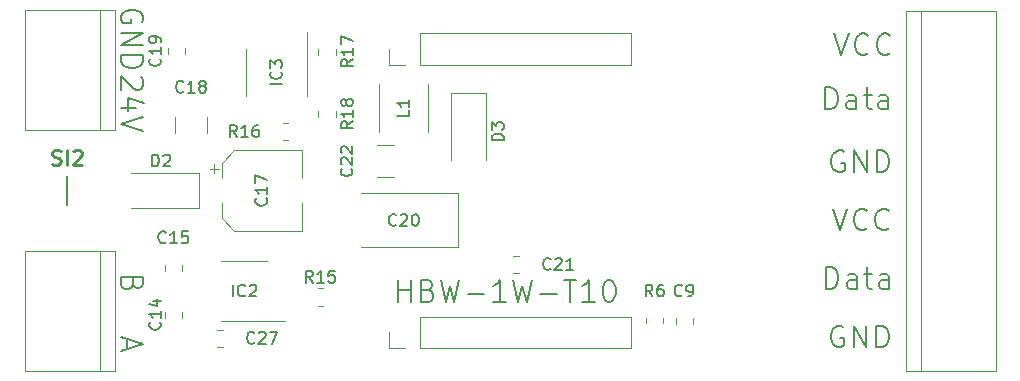
<source format=gbr>
%TF.GenerationSoftware,KiCad,Pcbnew,(6.0.9)*%
%TF.CreationDate,2024-03-01T18:18:27+01:00*%
%TF.ProjectId,HBW-1W-T10-Platine1,4842572d-3157-42d5-9431-302d506c6174,rev?*%
%TF.SameCoordinates,Original*%
%TF.FileFunction,Legend,Top*%
%TF.FilePolarity,Positive*%
%FSLAX46Y46*%
G04 Gerber Fmt 4.6, Leading zero omitted, Abs format (unit mm)*
G04 Created by KiCad (PCBNEW (6.0.9)) date 2024-03-01 18:18:27*
%MOMM*%
%LPD*%
G01*
G04 APERTURE LIST*
%ADD10C,0.160000*%
%ADD11C,0.150000*%
%ADD12C,0.254000*%
%ADD13C,0.120000*%
%ADD14C,0.200000*%
G04 APERTURE END LIST*
D10*
X176715104Y-116524000D02*
X176539866Y-116436380D01*
X176277009Y-116436380D01*
X176014152Y-116524000D01*
X175838914Y-116699238D01*
X175751295Y-116874476D01*
X175663676Y-117224952D01*
X175663676Y-117487809D01*
X175751295Y-117838285D01*
X175838914Y-118013523D01*
X176014152Y-118188761D01*
X176277009Y-118276380D01*
X176452247Y-118276380D01*
X176715104Y-118188761D01*
X176802723Y-118101142D01*
X176802723Y-117487809D01*
X176452247Y-117487809D01*
X177591295Y-118276380D02*
X177591295Y-116436380D01*
X178642723Y-118276380D01*
X178642723Y-116436380D01*
X179518914Y-118276380D02*
X179518914Y-116436380D01*
X179957009Y-116436380D01*
X180219866Y-116524000D01*
X180395104Y-116699238D01*
X180482723Y-116874476D01*
X180570342Y-117224952D01*
X180570342Y-117487809D01*
X180482723Y-117838285D01*
X180395104Y-118013523D01*
X180219866Y-118188761D01*
X179957009Y-118276380D01*
X179518914Y-118276380D01*
D11*
X117252380Y-95397976D02*
X117340000Y-95485595D01*
X117427619Y-95660833D01*
X117427619Y-96098928D01*
X117340000Y-96274166D01*
X117252380Y-96361785D01*
X117077142Y-96449404D01*
X116901904Y-96449404D01*
X116639047Y-96361785D01*
X115587619Y-95310357D01*
X115587619Y-96449404D01*
X116814285Y-98026547D02*
X115587619Y-98026547D01*
X117515238Y-97588452D02*
X116200952Y-97150357D01*
X116200952Y-98289404D01*
X117427619Y-98727500D02*
X115587619Y-99340833D01*
X117427619Y-99954166D01*
X116551428Y-112898928D02*
X116463809Y-113161785D01*
X116376190Y-113249404D01*
X116200952Y-113337023D01*
X115938095Y-113337023D01*
X115762857Y-113249404D01*
X115675238Y-113161785D01*
X115587619Y-112986547D01*
X115587619Y-112285595D01*
X117427619Y-112285595D01*
X117427619Y-112898928D01*
X117340000Y-113074166D01*
X117252380Y-113161785D01*
X117077142Y-113249404D01*
X116901904Y-113249404D01*
X116726666Y-113161785D01*
X116639047Y-113074166D01*
X116551428Y-112898928D01*
X116551428Y-112285595D01*
X139035595Y-114412380D02*
X139035595Y-112572380D01*
X139035595Y-113448571D02*
X140087023Y-113448571D01*
X140087023Y-114412380D02*
X140087023Y-112572380D01*
X141576547Y-113448571D02*
X141839404Y-113536190D01*
X141927023Y-113623809D01*
X142014642Y-113799047D01*
X142014642Y-114061904D01*
X141927023Y-114237142D01*
X141839404Y-114324761D01*
X141664166Y-114412380D01*
X140963214Y-114412380D01*
X140963214Y-112572380D01*
X141576547Y-112572380D01*
X141751785Y-112660000D01*
X141839404Y-112747619D01*
X141927023Y-112922857D01*
X141927023Y-113098095D01*
X141839404Y-113273333D01*
X141751785Y-113360952D01*
X141576547Y-113448571D01*
X140963214Y-113448571D01*
X142627976Y-112572380D02*
X143066071Y-114412380D01*
X143416547Y-113098095D01*
X143767023Y-114412380D01*
X144205119Y-112572380D01*
X144906071Y-113711428D02*
X146307976Y-113711428D01*
X148147976Y-114412380D02*
X147096547Y-114412380D01*
X147622261Y-114412380D02*
X147622261Y-112572380D01*
X147447023Y-112835238D01*
X147271785Y-113010476D01*
X147096547Y-113098095D01*
X148761309Y-112572380D02*
X149199404Y-114412380D01*
X149549880Y-113098095D01*
X149900357Y-114412380D01*
X150338452Y-112572380D01*
X151039404Y-113711428D02*
X152441309Y-113711428D01*
X153054642Y-112572380D02*
X154106071Y-112572380D01*
X153580357Y-114412380D02*
X153580357Y-112572380D01*
X155683214Y-114412380D02*
X154631785Y-114412380D01*
X155157500Y-114412380D02*
X155157500Y-112572380D01*
X154982261Y-112835238D01*
X154807023Y-113010476D01*
X154631785Y-113098095D01*
X156822261Y-112572380D02*
X156997500Y-112572380D01*
X157172738Y-112660000D01*
X157260357Y-112747619D01*
X157347976Y-112922857D01*
X157435595Y-113273333D01*
X157435595Y-113711428D01*
X157347976Y-114061904D01*
X157260357Y-114237142D01*
X157172738Y-114324761D01*
X156997500Y-114412380D01*
X156822261Y-114412380D01*
X156647023Y-114324761D01*
X156559404Y-114237142D01*
X156471785Y-114061904D01*
X156384166Y-113711428D01*
X156384166Y-113273333D01*
X156471785Y-112922857D01*
X156559404Y-112747619D01*
X156647023Y-112660000D01*
X156822261Y-112572380D01*
D10*
X175844038Y-106530380D02*
X176457371Y-108370380D01*
X177070704Y-106530380D01*
X178735466Y-108195142D02*
X178647847Y-108282761D01*
X178384990Y-108370380D01*
X178209752Y-108370380D01*
X177946895Y-108282761D01*
X177771657Y-108107523D01*
X177684038Y-107932285D01*
X177596419Y-107581809D01*
X177596419Y-107318952D01*
X177684038Y-106968476D01*
X177771657Y-106793238D01*
X177946895Y-106618000D01*
X178209752Y-106530380D01*
X178384990Y-106530380D01*
X178647847Y-106618000D01*
X178735466Y-106705619D01*
X180575466Y-108195142D02*
X180487847Y-108282761D01*
X180224990Y-108370380D01*
X180049752Y-108370380D01*
X179786895Y-108282761D01*
X179611657Y-108107523D01*
X179524038Y-107932285D01*
X179436419Y-107581809D01*
X179436419Y-107318952D01*
X179524038Y-106968476D01*
X179611657Y-106793238D01*
X179786895Y-106618000D01*
X180049752Y-106530380D01*
X180224990Y-106530380D01*
X180487847Y-106618000D01*
X180575466Y-106705619D01*
X175192495Y-98108780D02*
X175192495Y-96268780D01*
X175630590Y-96268780D01*
X175893447Y-96356400D01*
X176068685Y-96531638D01*
X176156304Y-96706876D01*
X176243923Y-97057352D01*
X176243923Y-97320209D01*
X176156304Y-97670685D01*
X176068685Y-97845923D01*
X175893447Y-98021161D01*
X175630590Y-98108780D01*
X175192495Y-98108780D01*
X177821066Y-98108780D02*
X177821066Y-97144971D01*
X177733447Y-96969733D01*
X177558209Y-96882114D01*
X177207733Y-96882114D01*
X177032495Y-96969733D01*
X177821066Y-98021161D02*
X177645828Y-98108780D01*
X177207733Y-98108780D01*
X177032495Y-98021161D01*
X176944876Y-97845923D01*
X176944876Y-97670685D01*
X177032495Y-97495447D01*
X177207733Y-97407828D01*
X177645828Y-97407828D01*
X177821066Y-97320209D01*
X178434400Y-96882114D02*
X179135352Y-96882114D01*
X178697257Y-96268780D02*
X178697257Y-97845923D01*
X178784876Y-98021161D01*
X178960114Y-98108780D01*
X179135352Y-98108780D01*
X180537257Y-98108780D02*
X180537257Y-97144971D01*
X180449638Y-96969733D01*
X180274400Y-96882114D01*
X179923923Y-96882114D01*
X179748685Y-96969733D01*
X180537257Y-98021161D02*
X180362019Y-98108780D01*
X179923923Y-98108780D01*
X179748685Y-98021161D01*
X179661066Y-97845923D01*
X179661066Y-97670685D01*
X179748685Y-97495447D01*
X179923923Y-97407828D01*
X180362019Y-97407828D01*
X180537257Y-97320209D01*
X175945638Y-91696780D02*
X176558971Y-93536780D01*
X177172304Y-91696780D01*
X178837066Y-93361542D02*
X178749447Y-93449161D01*
X178486590Y-93536780D01*
X178311352Y-93536780D01*
X178048495Y-93449161D01*
X177873257Y-93273923D01*
X177785638Y-93098685D01*
X177698019Y-92748209D01*
X177698019Y-92485352D01*
X177785638Y-92134876D01*
X177873257Y-91959638D01*
X178048495Y-91784400D01*
X178311352Y-91696780D01*
X178486590Y-91696780D01*
X178749447Y-91784400D01*
X178837066Y-91872019D01*
X180677066Y-93361542D02*
X180589447Y-93449161D01*
X180326590Y-93536780D01*
X180151352Y-93536780D01*
X179888495Y-93449161D01*
X179713257Y-93273923D01*
X179625638Y-93098685D01*
X179538019Y-92748209D01*
X179538019Y-92485352D01*
X179625638Y-92134876D01*
X179713257Y-91959638D01*
X179888495Y-91784400D01*
X180151352Y-91696780D01*
X180326590Y-91696780D01*
X180589447Y-91784400D01*
X180677066Y-91872019D01*
X175243295Y-113297980D02*
X175243295Y-111457980D01*
X175681390Y-111457980D01*
X175944247Y-111545600D01*
X176119485Y-111720838D01*
X176207104Y-111896076D01*
X176294723Y-112246552D01*
X176294723Y-112509409D01*
X176207104Y-112859885D01*
X176119485Y-113035123D01*
X175944247Y-113210361D01*
X175681390Y-113297980D01*
X175243295Y-113297980D01*
X177871866Y-113297980D02*
X177871866Y-112334171D01*
X177784247Y-112158933D01*
X177609009Y-112071314D01*
X177258533Y-112071314D01*
X177083295Y-112158933D01*
X177871866Y-113210361D02*
X177696628Y-113297980D01*
X177258533Y-113297980D01*
X177083295Y-113210361D01*
X176995676Y-113035123D01*
X176995676Y-112859885D01*
X177083295Y-112684647D01*
X177258533Y-112597028D01*
X177696628Y-112597028D01*
X177871866Y-112509409D01*
X178485200Y-112071314D02*
X179186152Y-112071314D01*
X178748057Y-111457980D02*
X178748057Y-113035123D01*
X178835676Y-113210361D01*
X179010914Y-113297980D01*
X179186152Y-113297980D01*
X180588057Y-113297980D02*
X180588057Y-112334171D01*
X180500438Y-112158933D01*
X180325200Y-112071314D01*
X179974723Y-112071314D01*
X179799485Y-112158933D01*
X180588057Y-113210361D02*
X180412819Y-113297980D01*
X179974723Y-113297980D01*
X179799485Y-113210361D01*
X179711866Y-113035123D01*
X179711866Y-112859885D01*
X179799485Y-112684647D01*
X179974723Y-112597028D01*
X180412819Y-112597028D01*
X180588057Y-112509409D01*
D11*
X117340000Y-90749404D02*
X117427619Y-90574166D01*
X117427619Y-90311309D01*
X117340000Y-90048452D01*
X117164761Y-89873214D01*
X116989523Y-89785595D01*
X116639047Y-89697976D01*
X116376190Y-89697976D01*
X116025714Y-89785595D01*
X115850476Y-89873214D01*
X115675238Y-90048452D01*
X115587619Y-90311309D01*
X115587619Y-90486547D01*
X115675238Y-90749404D01*
X115762857Y-90837023D01*
X116376190Y-90837023D01*
X116376190Y-90486547D01*
X115587619Y-91625595D02*
X117427619Y-91625595D01*
X115587619Y-92677023D01*
X117427619Y-92677023D01*
X115587619Y-93553214D02*
X117427619Y-93553214D01*
X117427619Y-93991309D01*
X117340000Y-94254166D01*
X117164761Y-94429404D01*
X116989523Y-94517023D01*
X116639047Y-94604642D01*
X116376190Y-94604642D01*
X116025714Y-94517023D01*
X115850476Y-94429404D01*
X115675238Y-94254166D01*
X115587619Y-93991309D01*
X115587619Y-93553214D01*
X116113333Y-117547976D02*
X116113333Y-118424166D01*
X115587619Y-117372738D02*
X117427619Y-117986071D01*
X115587619Y-118599404D01*
D10*
X176765904Y-101690400D02*
X176590666Y-101602780D01*
X176327809Y-101602780D01*
X176064952Y-101690400D01*
X175889714Y-101865638D01*
X175802095Y-102040876D01*
X175714476Y-102391352D01*
X175714476Y-102654209D01*
X175802095Y-103004685D01*
X175889714Y-103179923D01*
X176064952Y-103355161D01*
X176327809Y-103442780D01*
X176503047Y-103442780D01*
X176765904Y-103355161D01*
X176853523Y-103267542D01*
X176853523Y-102654209D01*
X176503047Y-102654209D01*
X177642095Y-103442780D02*
X177642095Y-101602780D01*
X178693523Y-103442780D01*
X178693523Y-101602780D01*
X179569714Y-103442780D02*
X179569714Y-101602780D01*
X180007809Y-101602780D01*
X180270666Y-101690400D01*
X180445904Y-101865638D01*
X180533523Y-102040876D01*
X180621142Y-102391352D01*
X180621142Y-102654209D01*
X180533523Y-103004685D01*
X180445904Y-103179923D01*
X180270666Y-103355161D01*
X180007809Y-103442780D01*
X179569714Y-103442780D01*
D11*
%TO.C,D3*%
X147952380Y-100738095D02*
X146952380Y-100738095D01*
X146952380Y-100500000D01*
X147000000Y-100357142D01*
X147095238Y-100261904D01*
X147190476Y-100214285D01*
X147380952Y-100166666D01*
X147523809Y-100166666D01*
X147714285Y-100214285D01*
X147809523Y-100261904D01*
X147904761Y-100357142D01*
X147952380Y-100500000D01*
X147952380Y-100738095D01*
X146952380Y-99833333D02*
X146952380Y-99214285D01*
X147333333Y-99547619D01*
X147333333Y-99404761D01*
X147380952Y-99309523D01*
X147428571Y-99261904D01*
X147523809Y-99214285D01*
X147761904Y-99214285D01*
X147857142Y-99261904D01*
X147904761Y-99309523D01*
X147952380Y-99404761D01*
X147952380Y-99690476D01*
X147904761Y-99785714D01*
X147857142Y-99833333D01*
%TO.C,L1*%
X139952380Y-98166666D02*
X139952380Y-98642857D01*
X138952380Y-98642857D01*
X139952380Y-97309523D02*
X139952380Y-97880952D01*
X139952380Y-97595238D02*
X138952380Y-97595238D01*
X139095238Y-97690476D01*
X139190476Y-97785714D01*
X139238095Y-97880952D01*
%TO.C,R18*%
X135202380Y-99142857D02*
X134726190Y-99476190D01*
X135202380Y-99714285D02*
X134202380Y-99714285D01*
X134202380Y-99333333D01*
X134250000Y-99238095D01*
X134297619Y-99190476D01*
X134392857Y-99142857D01*
X134535714Y-99142857D01*
X134630952Y-99190476D01*
X134678571Y-99238095D01*
X134726190Y-99333333D01*
X134726190Y-99714285D01*
X135202380Y-98190476D02*
X135202380Y-98761904D01*
X135202380Y-98476190D02*
X134202380Y-98476190D01*
X134345238Y-98571428D01*
X134440476Y-98666666D01*
X134488095Y-98761904D01*
X134630952Y-97619047D02*
X134583333Y-97714285D01*
X134535714Y-97761904D01*
X134440476Y-97809523D01*
X134392857Y-97809523D01*
X134297619Y-97761904D01*
X134250000Y-97714285D01*
X134202380Y-97619047D01*
X134202380Y-97428571D01*
X134250000Y-97333333D01*
X134297619Y-97285714D01*
X134392857Y-97238095D01*
X134440476Y-97238095D01*
X134535714Y-97285714D01*
X134583333Y-97333333D01*
X134630952Y-97428571D01*
X134630952Y-97619047D01*
X134678571Y-97714285D01*
X134726190Y-97761904D01*
X134821428Y-97809523D01*
X135011904Y-97809523D01*
X135107142Y-97761904D01*
X135154761Y-97714285D01*
X135202380Y-97619047D01*
X135202380Y-97428571D01*
X135154761Y-97333333D01*
X135107142Y-97285714D01*
X135011904Y-97238095D01*
X134821428Y-97238095D01*
X134726190Y-97285714D01*
X134678571Y-97333333D01*
X134630952Y-97428571D01*
%TO.C,C21*%
X151932142Y-111607142D02*
X151884523Y-111654761D01*
X151741666Y-111702380D01*
X151646428Y-111702380D01*
X151503571Y-111654761D01*
X151408333Y-111559523D01*
X151360714Y-111464285D01*
X151313095Y-111273809D01*
X151313095Y-111130952D01*
X151360714Y-110940476D01*
X151408333Y-110845238D01*
X151503571Y-110750000D01*
X151646428Y-110702380D01*
X151741666Y-110702380D01*
X151884523Y-110750000D01*
X151932142Y-110797619D01*
X152313095Y-110797619D02*
X152360714Y-110750000D01*
X152455952Y-110702380D01*
X152694047Y-110702380D01*
X152789285Y-110750000D01*
X152836904Y-110797619D01*
X152884523Y-110892857D01*
X152884523Y-110988095D01*
X152836904Y-111130952D01*
X152265476Y-111702380D01*
X152884523Y-111702380D01*
X153836904Y-111702380D02*
X153265476Y-111702380D01*
X153551190Y-111702380D02*
X153551190Y-110702380D01*
X153455952Y-110845238D01*
X153360714Y-110940476D01*
X153265476Y-110988095D01*
%TO.C,C20*%
X138857142Y-107882542D02*
X138809523Y-107930161D01*
X138666666Y-107977780D01*
X138571428Y-107977780D01*
X138428571Y-107930161D01*
X138333333Y-107834923D01*
X138285714Y-107739685D01*
X138238095Y-107549209D01*
X138238095Y-107406352D01*
X138285714Y-107215876D01*
X138333333Y-107120638D01*
X138428571Y-107025400D01*
X138571428Y-106977780D01*
X138666666Y-106977780D01*
X138809523Y-107025400D01*
X138857142Y-107073019D01*
X139238095Y-107073019D02*
X139285714Y-107025400D01*
X139380952Y-106977780D01*
X139619047Y-106977780D01*
X139714285Y-107025400D01*
X139761904Y-107073019D01*
X139809523Y-107168257D01*
X139809523Y-107263495D01*
X139761904Y-107406352D01*
X139190476Y-107977780D01*
X139809523Y-107977780D01*
X140428571Y-106977780D02*
X140523809Y-106977780D01*
X140619047Y-107025400D01*
X140666666Y-107073019D01*
X140714285Y-107168257D01*
X140761904Y-107358733D01*
X140761904Y-107596828D01*
X140714285Y-107787304D01*
X140666666Y-107882542D01*
X140619047Y-107930161D01*
X140523809Y-107977780D01*
X140428571Y-107977780D01*
X140333333Y-107930161D01*
X140285714Y-107882542D01*
X140238095Y-107787304D01*
X140190476Y-107596828D01*
X140190476Y-107358733D01*
X140238095Y-107168257D01*
X140285714Y-107073019D01*
X140333333Y-107025400D01*
X140428571Y-106977780D01*
%TO.C,IC3*%
X129202380Y-95976190D02*
X128202380Y-95976190D01*
X129107142Y-94928571D02*
X129154761Y-94976190D01*
X129202380Y-95119047D01*
X129202380Y-95214285D01*
X129154761Y-95357142D01*
X129059523Y-95452380D01*
X128964285Y-95500000D01*
X128773809Y-95547619D01*
X128630952Y-95547619D01*
X128440476Y-95500000D01*
X128345238Y-95452380D01*
X128250000Y-95357142D01*
X128202380Y-95214285D01*
X128202380Y-95119047D01*
X128250000Y-94976190D01*
X128297619Y-94928571D01*
X128202380Y-94595238D02*
X128202380Y-93976190D01*
X128583333Y-94309523D01*
X128583333Y-94166666D01*
X128630952Y-94071428D01*
X128678571Y-94023809D01*
X128773809Y-93976190D01*
X129011904Y-93976190D01*
X129107142Y-94023809D01*
X129154761Y-94071428D01*
X129202380Y-94166666D01*
X129202380Y-94452380D01*
X129154761Y-94547619D01*
X129107142Y-94595238D01*
%TO.C,C15*%
X119357142Y-109357142D02*
X119309523Y-109404761D01*
X119166666Y-109452380D01*
X119071428Y-109452380D01*
X118928571Y-109404761D01*
X118833333Y-109309523D01*
X118785714Y-109214285D01*
X118738095Y-109023809D01*
X118738095Y-108880952D01*
X118785714Y-108690476D01*
X118833333Y-108595238D01*
X118928571Y-108500000D01*
X119071428Y-108452380D01*
X119166666Y-108452380D01*
X119309523Y-108500000D01*
X119357142Y-108547619D01*
X120309523Y-109452380D02*
X119738095Y-109452380D01*
X120023809Y-109452380D02*
X120023809Y-108452380D01*
X119928571Y-108595238D01*
X119833333Y-108690476D01*
X119738095Y-108738095D01*
X121214285Y-108452380D02*
X120738095Y-108452380D01*
X120690476Y-108928571D01*
X120738095Y-108880952D01*
X120833333Y-108833333D01*
X121071428Y-108833333D01*
X121166666Y-108880952D01*
X121214285Y-108928571D01*
X121261904Y-109023809D01*
X121261904Y-109261904D01*
X121214285Y-109357142D01*
X121166666Y-109404761D01*
X121071428Y-109452380D01*
X120833333Y-109452380D01*
X120738095Y-109404761D01*
X120690476Y-109357142D01*
%TO.C,R6*%
X160564533Y-113952380D02*
X160231200Y-113476190D01*
X159993104Y-113952380D02*
X159993104Y-112952380D01*
X160374057Y-112952380D01*
X160469295Y-113000000D01*
X160516914Y-113047619D01*
X160564533Y-113142857D01*
X160564533Y-113285714D01*
X160516914Y-113380952D01*
X160469295Y-113428571D01*
X160374057Y-113476190D01*
X159993104Y-113476190D01*
X161421676Y-112952380D02*
X161231200Y-112952380D01*
X161135961Y-113000000D01*
X161088342Y-113047619D01*
X160993104Y-113190476D01*
X160945485Y-113380952D01*
X160945485Y-113761904D01*
X160993104Y-113857142D01*
X161040723Y-113904761D01*
X161135961Y-113952380D01*
X161326438Y-113952380D01*
X161421676Y-113904761D01*
X161469295Y-113857142D01*
X161516914Y-113761904D01*
X161516914Y-113523809D01*
X161469295Y-113428571D01*
X161421676Y-113380952D01*
X161326438Y-113333333D01*
X161135961Y-113333333D01*
X161040723Y-113380952D01*
X160993104Y-113428571D01*
X160945485Y-113523809D01*
%TO.C,R16*%
X125357142Y-100452380D02*
X125023809Y-99976190D01*
X124785714Y-100452380D02*
X124785714Y-99452380D01*
X125166666Y-99452380D01*
X125261904Y-99500000D01*
X125309523Y-99547619D01*
X125357142Y-99642857D01*
X125357142Y-99785714D01*
X125309523Y-99880952D01*
X125261904Y-99928571D01*
X125166666Y-99976190D01*
X124785714Y-99976190D01*
X126309523Y-100452380D02*
X125738095Y-100452380D01*
X126023809Y-100452380D02*
X126023809Y-99452380D01*
X125928571Y-99595238D01*
X125833333Y-99690476D01*
X125738095Y-99738095D01*
X127166666Y-99452380D02*
X126976190Y-99452380D01*
X126880952Y-99500000D01*
X126833333Y-99547619D01*
X126738095Y-99690476D01*
X126690476Y-99880952D01*
X126690476Y-100261904D01*
X126738095Y-100357142D01*
X126785714Y-100404761D01*
X126880952Y-100452380D01*
X127071428Y-100452380D01*
X127166666Y-100404761D01*
X127214285Y-100357142D01*
X127261904Y-100261904D01*
X127261904Y-100023809D01*
X127214285Y-99928571D01*
X127166666Y-99880952D01*
X127071428Y-99833333D01*
X126880952Y-99833333D01*
X126785714Y-99880952D01*
X126738095Y-99928571D01*
X126690476Y-100023809D01*
%TO.C,D2*%
X118211904Y-102952380D02*
X118211904Y-101952380D01*
X118450000Y-101952380D01*
X118592857Y-102000000D01*
X118688095Y-102095238D01*
X118735714Y-102190476D01*
X118783333Y-102380952D01*
X118783333Y-102523809D01*
X118735714Y-102714285D01*
X118688095Y-102809523D01*
X118592857Y-102904761D01*
X118450000Y-102952380D01*
X118211904Y-102952380D01*
X119164285Y-102047619D02*
X119211904Y-102000000D01*
X119307142Y-101952380D01*
X119545238Y-101952380D01*
X119640476Y-102000000D01*
X119688095Y-102047619D01*
X119735714Y-102142857D01*
X119735714Y-102238095D01*
X119688095Y-102380952D01*
X119116666Y-102952380D01*
X119735714Y-102952380D01*
%TO.C,C19*%
X118857142Y-93817857D02*
X118904761Y-93865476D01*
X118952380Y-94008333D01*
X118952380Y-94103571D01*
X118904761Y-94246428D01*
X118809523Y-94341666D01*
X118714285Y-94389285D01*
X118523809Y-94436904D01*
X118380952Y-94436904D01*
X118190476Y-94389285D01*
X118095238Y-94341666D01*
X118000000Y-94246428D01*
X117952380Y-94103571D01*
X117952380Y-94008333D01*
X118000000Y-93865476D01*
X118047619Y-93817857D01*
X118952380Y-92865476D02*
X118952380Y-93436904D01*
X118952380Y-93151190D02*
X117952380Y-93151190D01*
X118095238Y-93246428D01*
X118190476Y-93341666D01*
X118238095Y-93436904D01*
X118952380Y-92389285D02*
X118952380Y-92198809D01*
X118904761Y-92103571D01*
X118857142Y-92055952D01*
X118714285Y-91960714D01*
X118523809Y-91913095D01*
X118142857Y-91913095D01*
X118047619Y-91960714D01*
X118000000Y-92008333D01*
X117952380Y-92103571D01*
X117952380Y-92294047D01*
X118000000Y-92389285D01*
X118047619Y-92436904D01*
X118142857Y-92484523D01*
X118380952Y-92484523D01*
X118476190Y-92436904D01*
X118523809Y-92389285D01*
X118571428Y-92294047D01*
X118571428Y-92103571D01*
X118523809Y-92008333D01*
X118476190Y-91960714D01*
X118380952Y-91913095D01*
%TO.C,C22*%
X135056542Y-103142857D02*
X135104161Y-103190476D01*
X135151780Y-103333333D01*
X135151780Y-103428571D01*
X135104161Y-103571428D01*
X135008923Y-103666666D01*
X134913685Y-103714285D01*
X134723209Y-103761904D01*
X134580352Y-103761904D01*
X134389876Y-103714285D01*
X134294638Y-103666666D01*
X134199400Y-103571428D01*
X134151780Y-103428571D01*
X134151780Y-103333333D01*
X134199400Y-103190476D01*
X134247019Y-103142857D01*
X134247019Y-102761904D02*
X134199400Y-102714285D01*
X134151780Y-102619047D01*
X134151780Y-102380952D01*
X134199400Y-102285714D01*
X134247019Y-102238095D01*
X134342257Y-102190476D01*
X134437495Y-102190476D01*
X134580352Y-102238095D01*
X135151780Y-102809523D01*
X135151780Y-102190476D01*
X134247019Y-101809523D02*
X134199400Y-101761904D01*
X134151780Y-101666666D01*
X134151780Y-101428571D01*
X134199400Y-101333333D01*
X134247019Y-101285714D01*
X134342257Y-101238095D01*
X134437495Y-101238095D01*
X134580352Y-101285714D01*
X135151780Y-101857142D01*
X135151780Y-101238095D01*
%TO.C,C17*%
X127857142Y-105642857D02*
X127904761Y-105690476D01*
X127952380Y-105833333D01*
X127952380Y-105928571D01*
X127904761Y-106071428D01*
X127809523Y-106166666D01*
X127714285Y-106214285D01*
X127523809Y-106261904D01*
X127380952Y-106261904D01*
X127190476Y-106214285D01*
X127095238Y-106166666D01*
X127000000Y-106071428D01*
X126952380Y-105928571D01*
X126952380Y-105833333D01*
X127000000Y-105690476D01*
X127047619Y-105642857D01*
X127952380Y-104690476D02*
X127952380Y-105261904D01*
X127952380Y-104976190D02*
X126952380Y-104976190D01*
X127095238Y-105071428D01*
X127190476Y-105166666D01*
X127238095Y-105261904D01*
X126952380Y-104357142D02*
X126952380Y-103690476D01*
X127952380Y-104119047D01*
%TO.C,C27*%
X126857142Y-117857142D02*
X126809523Y-117904761D01*
X126666666Y-117952380D01*
X126571428Y-117952380D01*
X126428571Y-117904761D01*
X126333333Y-117809523D01*
X126285714Y-117714285D01*
X126238095Y-117523809D01*
X126238095Y-117380952D01*
X126285714Y-117190476D01*
X126333333Y-117095238D01*
X126428571Y-117000000D01*
X126571428Y-116952380D01*
X126666666Y-116952380D01*
X126809523Y-117000000D01*
X126857142Y-117047619D01*
X127238095Y-117047619D02*
X127285714Y-117000000D01*
X127380952Y-116952380D01*
X127619047Y-116952380D01*
X127714285Y-117000000D01*
X127761904Y-117047619D01*
X127809523Y-117142857D01*
X127809523Y-117238095D01*
X127761904Y-117380952D01*
X127190476Y-117952380D01*
X127809523Y-117952380D01*
X128142857Y-116952380D02*
X128809523Y-116952380D01*
X128380952Y-117952380D01*
%TO.C,IC2*%
X125023809Y-113952380D02*
X125023809Y-112952380D01*
X126071428Y-113857142D02*
X126023809Y-113904761D01*
X125880952Y-113952380D01*
X125785714Y-113952380D01*
X125642857Y-113904761D01*
X125547619Y-113809523D01*
X125500000Y-113714285D01*
X125452380Y-113523809D01*
X125452380Y-113380952D01*
X125500000Y-113190476D01*
X125547619Y-113095238D01*
X125642857Y-113000000D01*
X125785714Y-112952380D01*
X125880952Y-112952380D01*
X126023809Y-113000000D01*
X126071428Y-113047619D01*
X126452380Y-113047619D02*
X126500000Y-113000000D01*
X126595238Y-112952380D01*
X126833333Y-112952380D01*
X126928571Y-113000000D01*
X126976190Y-113047619D01*
X127023809Y-113142857D01*
X127023809Y-113238095D01*
X126976190Y-113380952D01*
X126404761Y-113952380D01*
X127023809Y-113952380D01*
%TO.C,C14*%
X118857142Y-116142857D02*
X118904761Y-116190476D01*
X118952380Y-116333333D01*
X118952380Y-116428571D01*
X118904761Y-116571428D01*
X118809523Y-116666666D01*
X118714285Y-116714285D01*
X118523809Y-116761904D01*
X118380952Y-116761904D01*
X118190476Y-116714285D01*
X118095238Y-116666666D01*
X118000000Y-116571428D01*
X117952380Y-116428571D01*
X117952380Y-116333333D01*
X118000000Y-116190476D01*
X118047619Y-116142857D01*
X118952380Y-115190476D02*
X118952380Y-115761904D01*
X118952380Y-115476190D02*
X117952380Y-115476190D01*
X118095238Y-115571428D01*
X118190476Y-115666666D01*
X118238095Y-115761904D01*
X118285714Y-114333333D02*
X118952380Y-114333333D01*
X117904761Y-114571428D02*
X118619047Y-114809523D01*
X118619047Y-114190476D01*
%TO.C,R17*%
X135202380Y-93892857D02*
X134726190Y-94226190D01*
X135202380Y-94464285D02*
X134202380Y-94464285D01*
X134202380Y-94083333D01*
X134250000Y-93988095D01*
X134297619Y-93940476D01*
X134392857Y-93892857D01*
X134535714Y-93892857D01*
X134630952Y-93940476D01*
X134678571Y-93988095D01*
X134726190Y-94083333D01*
X134726190Y-94464285D01*
X135202380Y-92940476D02*
X135202380Y-93511904D01*
X135202380Y-93226190D02*
X134202380Y-93226190D01*
X134345238Y-93321428D01*
X134440476Y-93416666D01*
X134488095Y-93511904D01*
X134202380Y-92607142D02*
X134202380Y-91940476D01*
X135202380Y-92369047D01*
%TO.C,C9*%
X163057933Y-113857142D02*
X163010314Y-113904761D01*
X162867457Y-113952380D01*
X162772219Y-113952380D01*
X162629361Y-113904761D01*
X162534123Y-113809523D01*
X162486504Y-113714285D01*
X162438885Y-113523809D01*
X162438885Y-113380952D01*
X162486504Y-113190476D01*
X162534123Y-113095238D01*
X162629361Y-113000000D01*
X162772219Y-112952380D01*
X162867457Y-112952380D01*
X163010314Y-113000000D01*
X163057933Y-113047619D01*
X163534123Y-113952380D02*
X163724600Y-113952380D01*
X163819838Y-113904761D01*
X163867457Y-113857142D01*
X163962695Y-113714285D01*
X164010314Y-113523809D01*
X164010314Y-113142857D01*
X163962695Y-113047619D01*
X163915076Y-113000000D01*
X163819838Y-112952380D01*
X163629361Y-112952380D01*
X163534123Y-113000000D01*
X163486504Y-113047619D01*
X163438885Y-113142857D01*
X163438885Y-113380952D01*
X163486504Y-113476190D01*
X163534123Y-113523809D01*
X163629361Y-113571428D01*
X163819838Y-113571428D01*
X163915076Y-113523809D01*
X163962695Y-113476190D01*
X164010314Y-113380952D01*
%TO.C,R15*%
X131800742Y-112783980D02*
X131467409Y-112307790D01*
X131229314Y-112783980D02*
X131229314Y-111783980D01*
X131610266Y-111783980D01*
X131705504Y-111831600D01*
X131753123Y-111879219D01*
X131800742Y-111974457D01*
X131800742Y-112117314D01*
X131753123Y-112212552D01*
X131705504Y-112260171D01*
X131610266Y-112307790D01*
X131229314Y-112307790D01*
X132753123Y-112783980D02*
X132181695Y-112783980D01*
X132467409Y-112783980D02*
X132467409Y-111783980D01*
X132372171Y-111926838D01*
X132276933Y-112022076D01*
X132181695Y-112069695D01*
X133657885Y-111783980D02*
X133181695Y-111783980D01*
X133134076Y-112260171D01*
X133181695Y-112212552D01*
X133276933Y-112164933D01*
X133515028Y-112164933D01*
X133610266Y-112212552D01*
X133657885Y-112260171D01*
X133705504Y-112355409D01*
X133705504Y-112593504D01*
X133657885Y-112688742D01*
X133610266Y-112736361D01*
X133515028Y-112783980D01*
X133276933Y-112783980D01*
X133181695Y-112736361D01*
X133134076Y-112688742D01*
%TO.C,C18*%
X120857142Y-96607142D02*
X120809523Y-96654761D01*
X120666666Y-96702380D01*
X120571428Y-96702380D01*
X120428571Y-96654761D01*
X120333333Y-96559523D01*
X120285714Y-96464285D01*
X120238095Y-96273809D01*
X120238095Y-96130952D01*
X120285714Y-95940476D01*
X120333333Y-95845238D01*
X120428571Y-95750000D01*
X120571428Y-95702380D01*
X120666666Y-95702380D01*
X120809523Y-95750000D01*
X120857142Y-95797619D01*
X121809523Y-96702380D02*
X121238095Y-96702380D01*
X121523809Y-96702380D02*
X121523809Y-95702380D01*
X121428571Y-95845238D01*
X121333333Y-95940476D01*
X121238095Y-95988095D01*
X122380952Y-96130952D02*
X122285714Y-96083333D01*
X122238095Y-96035714D01*
X122190476Y-95940476D01*
X122190476Y-95892857D01*
X122238095Y-95797619D01*
X122285714Y-95750000D01*
X122380952Y-95702380D01*
X122571428Y-95702380D01*
X122666666Y-95750000D01*
X122714285Y-95797619D01*
X122761904Y-95892857D01*
X122761904Y-95940476D01*
X122714285Y-96035714D01*
X122666666Y-96083333D01*
X122571428Y-96130952D01*
X122380952Y-96130952D01*
X122285714Y-96178571D01*
X122238095Y-96226190D01*
X122190476Y-96321428D01*
X122190476Y-96511904D01*
X122238095Y-96607142D01*
X122285714Y-96654761D01*
X122380952Y-96702380D01*
X122571428Y-96702380D01*
X122666666Y-96654761D01*
X122714285Y-96607142D01*
X122761904Y-96511904D01*
X122761904Y-96321428D01*
X122714285Y-96226190D01*
X122666666Y-96178571D01*
X122571428Y-96130952D01*
D12*
%TO.C,SI2*%
X109730000Y-102764047D02*
X109911428Y-102824523D01*
X110213809Y-102824523D01*
X110334761Y-102764047D01*
X110395238Y-102703571D01*
X110455714Y-102582619D01*
X110455714Y-102461666D01*
X110395238Y-102340714D01*
X110334761Y-102280238D01*
X110213809Y-102219761D01*
X109971904Y-102159285D01*
X109850952Y-102098809D01*
X109790476Y-102038333D01*
X109730000Y-101917380D01*
X109730000Y-101796428D01*
X109790476Y-101675476D01*
X109850952Y-101615000D01*
X109971904Y-101554523D01*
X110274285Y-101554523D01*
X110455714Y-101615000D01*
X111000000Y-102824523D02*
X111000000Y-101554523D01*
X111544285Y-101675476D02*
X111604761Y-101615000D01*
X111725714Y-101554523D01*
X112028095Y-101554523D01*
X112149047Y-101615000D01*
X112209523Y-101675476D01*
X112270000Y-101796428D01*
X112270000Y-101917380D01*
X112209523Y-102098809D01*
X111483809Y-102824523D01*
X112270000Y-102824523D01*
D13*
%TO.C,D3*%
X143500000Y-96700000D02*
X143500000Y-102400000D01*
X146500000Y-102400000D02*
X146500000Y-96700000D01*
X146500000Y-96700000D02*
X143500000Y-96700000D01*
%TO.C,L1*%
X141600000Y-100000000D02*
X141600000Y-96000000D01*
X137400000Y-100000000D02*
X137400000Y-96000000D01*
%TO.C,R18*%
X133735000Y-98272936D02*
X133735000Y-98727064D01*
X132265000Y-98272936D02*
X132265000Y-98727064D01*
%TO.C,C21*%
X149298752Y-111985000D02*
X148776248Y-111985000D01*
X149298752Y-110515000D02*
X148776248Y-110515000D01*
%TO.C,J4*%
X115060000Y-99870000D02*
X115060000Y-89710000D01*
X107440000Y-99870000D02*
X115060000Y-99870000D01*
X113790000Y-89710000D02*
X113790000Y-99870000D01*
X115060000Y-89710000D02*
X107440000Y-89710000D01*
X107440000Y-89710000D02*
X107440000Y-99870000D01*
%TO.C,C20*%
X135850000Y-109760000D02*
X144085000Y-109760000D01*
X144085000Y-105240000D02*
X135850000Y-105240000D01*
X144085000Y-109760000D02*
X144085000Y-105240000D01*
%TO.C,IC3*%
X131310000Y-95000000D02*
X131310000Y-91550000D01*
X126190000Y-95000000D02*
X126190000Y-93050000D01*
X131310000Y-95000000D02*
X131310000Y-96950000D01*
X126190000Y-95000000D02*
X126190000Y-96950000D01*
%TO.C,C15*%
X119265000Y-111834752D02*
X119265000Y-111312248D01*
X120735000Y-111834752D02*
X120735000Y-111312248D01*
%TO.C,R6*%
X160021600Y-115790736D02*
X160021600Y-116244864D01*
X161491600Y-115790736D02*
X161491600Y-116244864D01*
%TO.C,J5*%
X107440000Y-110130000D02*
X107440000Y-120290000D01*
X115060000Y-110130000D02*
X107440000Y-110130000D01*
X115060000Y-120290000D02*
X115060000Y-110130000D01*
X107440000Y-120290000D02*
X115060000Y-120290000D01*
X113790000Y-110130000D02*
X113790000Y-120290000D01*
%TO.C,R16*%
X129272936Y-99265000D02*
X129727064Y-99265000D01*
X129272936Y-100735000D02*
X129727064Y-100735000D01*
%TO.C,D2*%
X122150000Y-103500000D02*
X116450000Y-103500000D01*
X122150000Y-106500000D02*
X122150000Y-103500000D01*
X116450000Y-106500000D02*
X122150000Y-106500000D01*
%TO.C,J1*%
X140895000Y-91670000D02*
X158735000Y-91670000D01*
X140895000Y-94330000D02*
X140895000Y-91670000D01*
X158735000Y-94330000D02*
X158735000Y-91670000D01*
X138295000Y-94330000D02*
X138295000Y-93000000D01*
X140895000Y-94330000D02*
X158735000Y-94330000D01*
X139625000Y-94330000D02*
X138295000Y-94330000D01*
%TO.C,C19*%
X120985000Y-92951248D02*
X120985000Y-93473752D01*
X119515000Y-92951248D02*
X119515000Y-93473752D01*
%TO.C,C22*%
X138648752Y-101140000D02*
X137226248Y-101140000D01*
X138648752Y-103860000D02*
X137226248Y-103860000D01*
%TO.C,J2*%
X140895000Y-118330000D02*
X158735000Y-118330000D01*
X158735000Y-118330000D02*
X158735000Y-115670000D01*
X140895000Y-118330000D02*
X140895000Y-115670000D01*
X138295000Y-118330000D02*
X138295000Y-117000000D01*
X139625000Y-118330000D02*
X138295000Y-118330000D01*
X140895000Y-115670000D02*
X158735000Y-115670000D01*
%TO.C,C17*%
X125154437Y-108410000D02*
X130910000Y-108410000D01*
X123062500Y-103152500D02*
X123850000Y-103152500D01*
X125154437Y-101590000D02*
X130910000Y-101590000D01*
X130910000Y-108410000D02*
X130910000Y-106060000D01*
X123456250Y-102758750D02*
X123456250Y-103546250D01*
X124090000Y-102654437D02*
X124090000Y-103940000D01*
X124090000Y-102654437D02*
X125154437Y-101590000D01*
X130910000Y-101590000D02*
X130910000Y-103940000D01*
X124090000Y-107345563D02*
X125154437Y-108410000D01*
X124090000Y-107345563D02*
X124090000Y-106060000D01*
%TO.C,J3*%
X189610000Y-89760000D02*
X181990000Y-89760000D01*
X181990000Y-89760000D02*
X181990000Y-120240000D01*
X181990000Y-120240000D02*
X189610000Y-120240000D01*
X183260000Y-89760000D02*
X183260000Y-120240000D01*
X189610000Y-89760000D02*
X189610000Y-120240000D01*
%TO.C,C27*%
X123701248Y-116765000D02*
X124223752Y-116765000D01*
X123701248Y-118235000D02*
X124223752Y-118235000D01*
%TO.C,IC2*%
X126000000Y-116060000D02*
X124050000Y-116060000D01*
X126000000Y-116060000D02*
X129450000Y-116060000D01*
X126000000Y-110940000D02*
X124050000Y-110940000D01*
X126000000Y-110940000D02*
X127950000Y-110940000D01*
%TO.C,C14*%
X119265000Y-115276248D02*
X119265000Y-115798752D01*
X120735000Y-115276248D02*
X120735000Y-115798752D01*
%TO.C,R17*%
X133735000Y-93022936D02*
X133735000Y-93477064D01*
X132265000Y-93022936D02*
X132265000Y-93477064D01*
%TO.C,C9*%
X162515000Y-116298752D02*
X162515000Y-115776248D01*
X163985000Y-116298752D02*
X163985000Y-115776248D01*
%TO.C,R15*%
X132232536Y-113273000D02*
X132686664Y-113273000D01*
X132232536Y-114743000D02*
X132686664Y-114743000D01*
%TO.C,C18*%
X120140000Y-100148752D02*
X120140000Y-98726248D01*
X122860000Y-100148752D02*
X122860000Y-98726248D01*
D14*
%TO.C,SI2*%
X111000000Y-103755000D02*
X111000000Y-106245000D01*
%TD*%
M02*

</source>
